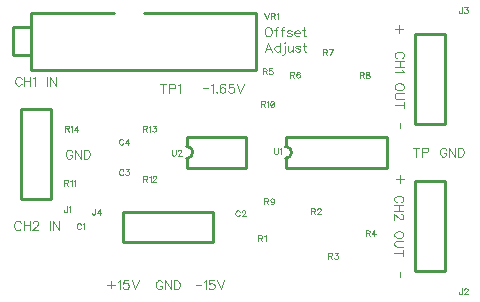
<source format=gbr>
G04 DipTrace Beta 2.3.5.2*
%INTopSilk.gbr*%
%MOIN*%
%ADD10C,0.0098*%
%ADD12C,0.003*%
%ADD43C,0.0046*%
%FSLAX44Y44*%
G04*
G70*
G90*
G75*
G01*
%LNTopSilk*%
%LPD*%
X4815Y7190D2*
D10*
X5815D1*
Y10190D1*
X4815D1*
Y7190D1*
X18940Y7815D2*
X17940D1*
Y4815D1*
X18940D1*
Y7815D1*
Y12690D2*
X17940D1*
Y9690D1*
X18940D1*
Y12690D1*
X11190Y5753D2*
X8190D1*
Y6753D1*
X11190D1*
Y5753D1*
X13622Y8241D2*
X17008D1*
X13622Y9265D2*
X17008D1*
Y8241D2*
Y9265D1*
X13622Y8241D2*
Y8556D1*
Y8950D2*
Y9265D1*
Y8556D2*
G03X13622Y8950I0J197D01*
G01*
X10331Y8241D2*
X12299D1*
X10331Y9265D2*
X12299D1*
Y8241D2*
Y9265D1*
X10331Y8556D2*
Y8241D1*
Y8950D2*
Y9265D1*
Y8556D2*
G03X10331Y8950I0J197D01*
G01*
X12637Y11514D2*
X5141D1*
X12637Y13411D2*
X8889D1*
X12637D2*
Y11514D1*
X5141Y13411D2*
Y11514D1*
X5133Y11998D2*
X4534D1*
Y12927D1*
X5133D1*
Y11998D1*
X7904Y13411D2*
X5141D1*
X6805Y6342D2*
D12*
X6796Y6361D1*
X6777Y6380D1*
X6758Y6390D1*
X6719D1*
X6700Y6380D1*
X6681Y6361D1*
X6671Y6342D1*
X6662Y6313D1*
Y6265D1*
X6671Y6237D1*
X6681Y6218D1*
X6700Y6199D1*
X6719Y6189D1*
X6758D1*
X6777Y6199D1*
X6796Y6218D1*
X6805Y6237D1*
X6867Y6351D2*
X6886Y6361D1*
X6915Y6390D1*
Y6189D1*
X12096Y6777D2*
X12087Y6796D1*
X12068Y6815D1*
X12049Y6825D1*
X12010D1*
X11991Y6815D1*
X11972Y6796D1*
X11963Y6777D1*
X11953Y6748D1*
Y6700D1*
X11963Y6672D1*
X11972Y6653D1*
X11991Y6634D1*
X12010Y6624D1*
X12049D1*
X12068Y6634D1*
X12087Y6653D1*
X12096Y6672D1*
X12168Y6777D2*
Y6786D1*
X12177Y6806D1*
X12187Y6815D1*
X12206Y6825D1*
X12244D1*
X12263Y6815D1*
X12273Y6806D1*
X12283Y6786D1*
Y6767D1*
X12273Y6748D1*
X12254Y6720D1*
X12158Y6624D1*
X12292D1*
X8217Y8146D2*
X8207Y8165D1*
X8188Y8184D1*
X8169Y8193D1*
X8131D1*
X8111Y8184D1*
X8092Y8165D1*
X8083Y8146D1*
X8073Y8117D1*
Y8069D1*
X8083Y8040D1*
X8092Y8021D1*
X8111Y8002D1*
X8131Y7992D1*
X8169D1*
X8188Y8002D1*
X8207Y8021D1*
X8217Y8040D1*
X8298Y8193D2*
X8403D1*
X8345Y8117D1*
X8374D1*
X8393Y8107D1*
X8403Y8098D1*
X8412Y8069D1*
Y8050D1*
X8403Y8021D1*
X8384Y8002D1*
X8355Y7992D1*
X8326D1*
X8298Y8002D1*
X8288Y8012D1*
X8278Y8031D1*
X8212Y9164D2*
X8202Y9183D1*
X8183Y9202D1*
X8164Y9212D1*
X8126D1*
X8107Y9202D1*
X8088Y9183D1*
X8078Y9164D1*
X8068Y9135D1*
Y9087D1*
X8078Y9059D1*
X8088Y9040D1*
X8107Y9021D1*
X8126Y9011D1*
X8164D1*
X8183Y9021D1*
X8202Y9040D1*
X8212Y9059D1*
X8369Y9011D2*
Y9212D1*
X8274Y9078D1*
X8417D1*
X6335Y6956D2*
Y6803D1*
X6326Y6774D1*
X6316Y6764D1*
X6297Y6755D1*
X6278D1*
X6259Y6764D1*
X6249Y6774D1*
X6239Y6803D1*
Y6822D1*
X6397Y6917D2*
X6416Y6927D1*
X6445Y6955D1*
Y6755D1*
X19505Y4223D2*
Y4070D1*
X19496Y4041D1*
X19486Y4032D1*
X19467Y4022D1*
X19448D1*
X19429Y4032D1*
X19419Y4041D1*
X19410Y4070D1*
Y4089D1*
X19577Y4175D2*
Y4184D1*
X19586Y4204D1*
X19596Y4213D1*
X19615Y4223D1*
X19653D1*
X19672Y4213D1*
X19682Y4204D1*
X19692Y4184D1*
Y4165D1*
X19682Y4146D1*
X19663Y4118D1*
X19567Y4022D1*
X19701D1*
X19505Y13598D2*
Y13445D1*
X19496Y13416D1*
X19486Y13407D1*
X19467Y13397D1*
X19448D1*
X19429Y13407D1*
X19419Y13416D1*
X19410Y13445D1*
Y13464D1*
X19586Y13598D2*
X19691D1*
X19634Y13521D1*
X19663D1*
X19682Y13512D1*
X19691Y13502D1*
X19701Y13473D1*
Y13454D1*
X19691Y13426D1*
X19672Y13406D1*
X19644Y13397D1*
X19615D1*
X19586Y13406D1*
X19577Y13416D1*
X19567Y13435D1*
X7268Y6876D2*
Y6723D1*
X7258Y6694D1*
X7249Y6685D1*
X7230Y6675D1*
X7210D1*
X7191Y6685D1*
X7182Y6694D1*
X7172Y6723D1*
Y6742D1*
X7425Y6675D2*
Y6876D1*
X7330Y6742D1*
X7473D1*
X12715Y5897D2*
X12801D1*
X12830Y5906D1*
X12840Y5916D1*
X12849Y5935D1*
Y5954D1*
X12840Y5973D1*
X12830Y5983D1*
X12801Y5992D1*
X12715D1*
Y5791D1*
X12782Y5897D2*
X12849Y5791D1*
X12911Y5954D2*
X12930Y5964D1*
X12959Y5992D1*
Y5791D1*
X14472Y6795D2*
X14558D1*
X14587Y6805D1*
X14596Y6814D1*
X14606Y6833D1*
Y6853D1*
X14596Y6872D1*
X14587Y6881D1*
X14558Y6891D1*
X14472D1*
Y6690D1*
X14539Y6795D2*
X14606Y6690D1*
X14677Y6843D2*
Y6852D1*
X14687Y6872D1*
X14696Y6881D1*
X14716Y6891D1*
X14754D1*
X14773Y6881D1*
X14782Y6872D1*
X14792Y6852D1*
Y6833D1*
X14782Y6814D1*
X14763Y6786D1*
X14668Y6690D1*
X14802D1*
X15039Y5311D2*
X15125D1*
X15154Y5321D1*
X15164Y5330D1*
X15173Y5349D1*
Y5368D1*
X15164Y5387D1*
X15154Y5397D1*
X15125Y5407D1*
X15039D1*
Y5206D1*
X15106Y5311D2*
X15173Y5206D1*
X15254Y5406D2*
X15359D1*
X15302Y5330D1*
X15331D1*
X15350Y5320D1*
X15359Y5311D1*
X15369Y5282D1*
Y5263D1*
X15359Y5234D1*
X15340Y5215D1*
X15311Y5206D1*
X15283D1*
X15254Y5215D1*
X15245Y5225D1*
X15235Y5244D1*
X16295Y6061D2*
X16381D1*
X16410Y6071D1*
X16419Y6080D1*
X16429Y6099D1*
Y6118D1*
X16419Y6137D1*
X16410Y6147D1*
X16381Y6157D1*
X16295D1*
Y5956D1*
X16362Y6061D2*
X16429Y5956D1*
X16586D2*
Y6156D1*
X16491Y6023D1*
X16634D1*
X12860Y11459D2*
X12946D1*
X12975Y11469D1*
X12984Y11478D1*
X12994Y11497D1*
Y11516D1*
X12984Y11536D1*
X12975Y11545D1*
X12946Y11555D1*
X12860D1*
Y11354D1*
X12927Y11459D2*
X12994Y11354D1*
X13170Y11555D2*
X13075D1*
X13065Y11469D1*
X13075Y11478D1*
X13103Y11488D1*
X13132D1*
X13161Y11478D1*
X13180Y11459D1*
X13189Y11430D1*
Y11411D1*
X13180Y11383D1*
X13161Y11363D1*
X13132Y11354D1*
X13103D1*
X13075Y11363D1*
X13065Y11373D1*
X13056Y11392D1*
X13784Y11349D2*
X13870D1*
X13899Y11359D1*
X13909Y11369D1*
X13918Y11388D1*
Y11407D1*
X13909Y11426D1*
X13899Y11436D1*
X13870Y11445D1*
X13784D1*
Y11244D1*
X13851Y11349D2*
X13918Y11244D1*
X14095Y11416D2*
X14085Y11435D1*
X14056Y11445D1*
X14037D1*
X14009Y11435D1*
X13989Y11407D1*
X13980Y11359D1*
Y11311D1*
X13989Y11273D1*
X14009Y11254D1*
X14037Y11244D1*
X14047D1*
X14075Y11254D1*
X14095Y11273D1*
X14104Y11302D1*
Y11311D1*
X14095Y11340D1*
X14075Y11359D1*
X14047Y11368D1*
X14037D1*
X14009Y11359D1*
X13989Y11340D1*
X13980Y11311D1*
X14869Y12093D2*
X14955D1*
X14984Y12103D1*
X14994Y12113D1*
X15003Y12132D1*
Y12151D1*
X14994Y12170D1*
X14984Y12180D1*
X14955Y12189D1*
X14869D1*
Y11988D1*
X14936Y12093D2*
X15003Y11988D1*
X15103D2*
X15199Y12189D1*
X15065D1*
X16094Y11334D2*
X16180D1*
X16209Y11344D1*
X16218Y11353D1*
X16228Y11372D1*
Y11391D1*
X16218Y11411D1*
X16209Y11420D1*
X16180Y11430D1*
X16094D1*
Y11229D1*
X16161Y11334D2*
X16228Y11229D1*
X16337Y11430D2*
X16309Y11420D1*
X16299Y11401D1*
Y11382D1*
X16309Y11363D1*
X16328Y11353D1*
X16366Y11344D1*
X16395Y11334D1*
X16414Y11315D1*
X16423Y11296D1*
Y11267D1*
X16414Y11248D1*
X16404Y11238D1*
X16376Y11229D1*
X16337D1*
X16309Y11238D1*
X16299Y11248D1*
X16290Y11267D1*
Y11296D1*
X16299Y11315D1*
X16318Y11334D1*
X16347Y11344D1*
X16385Y11353D1*
X16404Y11363D1*
X16414Y11382D1*
Y11401D1*
X16404Y11420D1*
X16376Y11430D1*
X16337D1*
X12919Y7123D2*
X13005D1*
X13034Y7132D1*
X13044Y7142D1*
X13053Y7161D1*
Y7180D1*
X13044Y7199D1*
X13034Y7209D1*
X13005Y7218D1*
X12919D1*
Y7018D1*
X12986Y7123D2*
X13053Y7018D1*
X13239Y7152D2*
X13230Y7123D1*
X13211Y7104D1*
X13182Y7094D1*
X13172D1*
X13144Y7104D1*
X13125Y7123D1*
X13115Y7152D1*
Y7161D1*
X13125Y7190D1*
X13144Y7209D1*
X13172Y7218D1*
X13182D1*
X13211Y7209D1*
X13230Y7190D1*
X13239Y7152D1*
Y7104D1*
X13230Y7056D1*
X13211Y7027D1*
X13182Y7018D1*
X13163D1*
X13134Y7027D1*
X13125Y7046D1*
X12807Y10379D2*
X12893D1*
X12921Y10389D1*
X12931Y10398D1*
X12941Y10417D1*
Y10437D1*
X12931Y10456D1*
X12921Y10465D1*
X12893Y10475D1*
X12807D1*
Y10274D1*
X12874Y10379D2*
X12941Y10274D1*
X13002Y10436D2*
X13022Y10446D1*
X13050Y10475D1*
Y10274D1*
X13170Y10475D2*
X13141Y10465D1*
X13122Y10436D1*
X13112Y10389D1*
Y10360D1*
X13122Y10312D1*
X13141Y10283D1*
X13170Y10274D1*
X13189D1*
X13217Y10283D1*
X13236Y10312D1*
X13246Y10360D1*
Y10389D1*
X13236Y10436D1*
X13217Y10465D1*
X13189Y10475D1*
X13170D1*
X13236Y10436D2*
X13122Y10312D1*
X6253Y7741D2*
X6339D1*
X6368Y7751D1*
X6378Y7760D1*
X6387Y7779D1*
Y7798D1*
X6378Y7817D1*
X6368Y7827D1*
X6339Y7837D1*
X6253D1*
Y7636D1*
X6320Y7741D2*
X6387Y7636D1*
X6449Y7798D2*
X6468Y7808D1*
X6497Y7836D1*
Y7636D1*
X6559Y7798D2*
X6578Y7808D1*
X6607Y7836D1*
Y7636D1*
X8880Y7868D2*
X8966D1*
X8994Y7878D1*
X9004Y7888D1*
X9014Y7907D1*
Y7926D1*
X9004Y7945D1*
X8994Y7955D1*
X8966Y7964D1*
X8880D1*
Y7763D1*
X8947Y7868D2*
X9014Y7763D1*
X9075Y7926D2*
X9095Y7935D1*
X9123Y7964D1*
Y7763D1*
X9195Y7916D2*
Y7926D1*
X9204Y7945D1*
X9214Y7954D1*
X9233Y7964D1*
X9271D1*
X9290Y7954D1*
X9300Y7945D1*
X9310Y7926D1*
Y7907D1*
X9300Y7887D1*
X9281Y7859D1*
X9185Y7763D1*
X9319D1*
X8871Y9548D2*
X8957D1*
X8986Y9558D1*
X8996Y9567D1*
X9005Y9586D1*
Y9606D1*
X8996Y9625D1*
X8986Y9634D1*
X8957Y9644D1*
X8871D1*
Y9443D1*
X8938Y9548D2*
X9005Y9443D1*
X9067Y9605D2*
X9086Y9615D1*
X9115Y9644D1*
Y9443D1*
X9196Y9644D2*
X9301D1*
X9244Y9567D1*
X9273D1*
X9292Y9558D1*
X9301Y9548D1*
X9311Y9519D1*
Y9500D1*
X9301Y9472D1*
X9282Y9452D1*
X9253Y9443D1*
X9225D1*
X9196Y9452D1*
X9187Y9462D1*
X9177Y9481D1*
X6268Y9554D2*
X6354D1*
X6383Y9563D1*
X6393Y9573D1*
X6402Y9592D1*
Y9611D1*
X6393Y9630D1*
X6383Y9640D1*
X6354Y9649D1*
X6268D1*
Y9448D1*
X6335Y9554D2*
X6402Y9448D1*
X6464Y9611D2*
X6483Y9621D1*
X6512Y9649D1*
Y9448D1*
X6669D2*
Y9649D1*
X6574Y9515D1*
X6717D1*
X13230Y8901D2*
Y8757D1*
X13240Y8729D1*
X13259Y8710D1*
X13288Y8700D1*
X13307D1*
X13336Y8710D1*
X13355Y8729D1*
X13364Y8757D1*
Y8901D1*
X13426Y8863D2*
X13445Y8872D1*
X13474Y8901D1*
Y8700D1*
X9826Y8849D2*
Y8706D1*
X9835Y8677D1*
X9855Y8658D1*
X9883Y8648D1*
X9902D1*
X9931Y8658D1*
X9950Y8677D1*
X9960Y8706D1*
Y8849D1*
X10031Y8801D2*
Y8811D1*
X10041Y8830D1*
X10050Y8839D1*
X10070Y8849D1*
X10108D1*
X10127Y8839D1*
X10136Y8830D1*
X10146Y8811D1*
Y8792D1*
X10136Y8772D1*
X10117Y8744D1*
X10022Y8648D1*
X10156D1*
X12912Y13397D2*
X12989Y13196D1*
X13065Y13397D1*
X13127Y13301D2*
X13213D1*
X13241Y13311D1*
X13251Y13321D1*
X13261Y13340D1*
Y13359D1*
X13251Y13378D1*
X13241Y13388D1*
X13213Y13397D1*
X13127D1*
Y13196D1*
X13194Y13301D2*
X13261Y13196D1*
X13322Y13359D2*
X13342Y13368D1*
X13370Y13397D1*
Y13196D1*
X13015Y12930D2*
D43*
X12986Y12916D1*
X12958Y12887D1*
X12943Y12858D1*
X12929Y12815D1*
Y12743D1*
X12943Y12700D1*
X12958Y12672D1*
X12986Y12643D1*
X13015Y12628D1*
X13072D1*
X13101Y12643D1*
X13130Y12672D1*
X13144Y12700D1*
X13158Y12743D1*
Y12815D1*
X13144Y12858D1*
X13130Y12887D1*
X13101Y12916D1*
X13072Y12930D1*
X13015D1*
X13366D2*
X13337D1*
X13308Y12916D1*
X13294Y12873D1*
Y12628D1*
X13251Y12829D2*
X13351D1*
X13573Y12930D2*
X13545D1*
X13516Y12916D1*
X13501Y12873D1*
Y12628D1*
X13458Y12829D2*
X13559D1*
X13824Y12786D2*
X13809Y12815D1*
X13766Y12829D1*
X13723D1*
X13680Y12815D1*
X13666Y12786D1*
X13680Y12758D1*
X13709Y12743D1*
X13780Y12729D1*
X13809Y12715D1*
X13824Y12686D1*
Y12672D1*
X13809Y12643D1*
X13766Y12628D1*
X13723D1*
X13680Y12643D1*
X13666Y12672D1*
X13916Y12743D2*
X14088D1*
Y12772D1*
X14074Y12801D1*
X14060Y12815D1*
X14031Y12829D1*
X13988D1*
X13959Y12815D1*
X13930Y12786D1*
X13916Y12743D1*
Y12715D1*
X13930Y12672D1*
X13959Y12643D1*
X13988Y12628D1*
X14031D1*
X14060Y12643D1*
X14088Y12672D1*
X14224Y12930D2*
Y12686D1*
X14238Y12643D1*
X14267Y12628D1*
X14296D1*
X14181Y12829D2*
X14281D1*
X9513Y4419D2*
X9499Y4448D1*
X9470Y4477D1*
X9441Y4491D1*
X9384D1*
X9355Y4477D1*
X9327Y4448D1*
X9312Y4419D1*
X9298Y4376D1*
Y4304D1*
X9312Y4261D1*
X9327Y4233D1*
X9355Y4204D1*
X9384Y4189D1*
X9441D1*
X9470Y4204D1*
X9499Y4233D1*
X9513Y4261D1*
Y4304D1*
X9441D1*
X9807Y4491D2*
Y4189D1*
X9606Y4491D1*
Y4189D1*
X9899Y4491D2*
Y4189D1*
X10000D1*
X10043Y4204D1*
X10072Y4233D1*
X10086Y4261D1*
X10100Y4304D1*
Y4376D1*
X10086Y4419D1*
X10072Y4448D1*
X10043Y4477D1*
X10000Y4491D1*
X9899D1*
X6507Y8775D2*
X6493Y8804D1*
X6464Y8832D1*
X6436Y8847D1*
X6378D1*
X6349Y8832D1*
X6321Y8804D1*
X6306Y8775D1*
X6292Y8732D1*
Y8660D1*
X6306Y8617D1*
X6321Y8588D1*
X6349Y8560D1*
X6378Y8545D1*
X6436D1*
X6464Y8560D1*
X6493Y8588D1*
X6507Y8617D1*
Y8660D1*
X6436D1*
X6801Y8847D2*
Y8545D1*
X6600Y8847D1*
Y8545D1*
X6893Y8847D2*
Y8545D1*
X6994D1*
X7037Y8560D1*
X7066Y8588D1*
X7080Y8617D1*
X7094Y8660D1*
Y8732D1*
X7080Y8775D1*
X7066Y8804D1*
X7037Y8832D1*
X6994Y8847D1*
X6893D1*
X17481Y7097D2*
X17509Y7111D1*
X17538Y7140D1*
X17552Y7168D1*
Y7226D1*
X17538Y7255D1*
X17509Y7283D1*
X17481Y7298D1*
X17438Y7312D1*
X17366D1*
X17323Y7298D1*
X17294Y7283D1*
X17265Y7255D1*
X17251Y7226D1*
Y7168D1*
X17265Y7140D1*
X17294Y7111D1*
X17323Y7097D1*
X17552Y7004D2*
X17251D1*
X17552Y6803D2*
X17251D1*
X17409Y7004D2*
Y6803D1*
X17480Y6696D2*
X17495D1*
X17523Y6682D1*
X17538Y6668D1*
X17552Y6639D1*
Y6581D1*
X17538Y6553D1*
X17523Y6539D1*
X17495Y6524D1*
X17466D1*
X17437Y6539D1*
X17394Y6567D1*
X17251Y6711D1*
Y6510D1*
X17552Y6039D2*
X17538Y6068D1*
X17509Y6097D1*
X17481Y6111D1*
X17438Y6125D1*
X17366D1*
X17323Y6111D1*
X17294Y6097D1*
X17265Y6068D1*
X17251Y6039D1*
Y5982D1*
X17265Y5953D1*
X17294Y5924D1*
X17323Y5910D1*
X17366Y5896D1*
X17438D1*
X17481Y5910D1*
X17509Y5924D1*
X17538Y5953D1*
X17552Y5982D1*
Y6039D1*
Y5803D2*
X17337D1*
X17294Y5789D1*
X17265Y5760D1*
X17251Y5717D1*
Y5689D1*
X17265Y5645D1*
X17294Y5617D1*
X17337Y5602D1*
X17552D1*
Y5409D2*
X17251D1*
X17552Y5510D2*
Y5309D1*
X17495Y11897D2*
X17523Y11911D1*
X17552Y11940D1*
X17567Y11969D1*
Y12026D1*
X17552Y12055D1*
X17523Y12083D1*
X17495Y12098D1*
X17452Y12112D1*
X17380D1*
X17337Y12098D1*
X17308Y12083D1*
X17280Y12055D1*
X17265Y12026D1*
Y11969D1*
X17280Y11940D1*
X17308Y11911D1*
X17337Y11897D1*
X17567Y11804D2*
X17265D1*
X17567Y11603D2*
X17265D1*
X17423Y11804D2*
Y11603D1*
X17509Y11511D2*
X17523Y11482D1*
X17566Y11439D1*
X17265D1*
X17567Y10968D2*
X17552Y10997D1*
X17523Y11026D1*
X17495Y11040D1*
X17452Y11055D1*
X17380D1*
X17337Y11040D1*
X17308Y11026D1*
X17280Y10997D1*
X17265Y10968D1*
Y10911D1*
X17280Y10882D1*
X17308Y10854D1*
X17337Y10839D1*
X17380Y10825D1*
X17452D1*
X17495Y10839D1*
X17523Y10854D1*
X17552Y10882D1*
X17567Y10911D1*
Y10968D1*
Y10732D2*
X17351D1*
X17308Y10718D1*
X17280Y10689D1*
X17265Y10646D1*
Y10618D1*
X17280Y10575D1*
X17308Y10546D1*
X17351Y10531D1*
X17567D1*
Y10338D2*
X17265D1*
X17567Y10439D2*
Y10238D1*
X17308Y7874D2*
X17567D1*
X17438Y7745D2*
Y8004D1*
Y4591D2*
Y4757D1*
X17439Y9565D2*
Y9731D1*
X17287Y12859D2*
X17546D1*
X17417Y12730D2*
Y12988D1*
X4825Y11203D2*
X4811Y11232D1*
X4782Y11261D1*
X4753Y11275D1*
X4696D1*
X4667Y11261D1*
X4639Y11232D1*
X4624Y11203D1*
X4610Y11160D1*
Y11088D1*
X4624Y11045D1*
X4639Y11017D1*
X4667Y10988D1*
X4696Y10974D1*
X4753D1*
X4782Y10988D1*
X4811Y11017D1*
X4825Y11045D1*
X4918Y11275D2*
Y10974D1*
X5119Y11275D2*
Y10974D1*
X4918Y11131D2*
X5119D1*
X5211Y11217D2*
X5240Y11232D1*
X5283Y11275D1*
Y10974D1*
X5667Y11275D2*
Y10974D1*
X5961Y11275D2*
Y10974D1*
X5760Y11275D1*
Y10974D1*
X10635Y4342D2*
X10801D1*
X10893Y4435D2*
X10922Y4450D1*
X10965Y4493D1*
Y4192D1*
X11230Y4493D2*
X11087D1*
X11072Y4364D1*
X11087Y4378D1*
X11130Y4393D1*
X11173D1*
X11216Y4378D1*
X11245Y4350D1*
X11259Y4306D1*
Y4278D1*
X11245Y4235D1*
X11216Y4206D1*
X11173Y4192D1*
X11130D1*
X11087Y4206D1*
X11072Y4221D1*
X11058Y4249D1*
X11351Y4493D2*
X11466Y4192D1*
X11581Y4493D1*
X7813Y4477D2*
Y4219D1*
X7684Y4348D2*
X7943D1*
X8035Y4441D2*
X8064Y4456D1*
X8107Y4499D1*
Y4197D1*
X8372Y4499D2*
X8229D1*
X8214Y4370D1*
X8229Y4384D1*
X8272Y4398D1*
X8315D1*
X8358Y4384D1*
X8386Y4355D1*
X8401Y4312D1*
Y4284D1*
X8386Y4241D1*
X8358Y4212D1*
X8315Y4197D1*
X8272D1*
X8229Y4212D1*
X8214Y4226D1*
X8200Y4255D1*
X8493Y4499D2*
X8608Y4197D1*
X8723Y4499D1*
X13160Y12112D2*
X13045Y12414D1*
X12930Y12112D1*
X12973Y12213D2*
X13116D1*
X13424Y12414D2*
Y12112D1*
Y12270D2*
X13396Y12299D1*
X13367Y12313D1*
X13324D1*
X13295Y12299D1*
X13266Y12270D1*
X13252Y12227D1*
Y12198D1*
X13266Y12155D1*
X13295Y12127D1*
X13324Y12112D1*
X13367D1*
X13396Y12127D1*
X13424Y12155D1*
X13574Y12414D2*
X13589Y12400D1*
X13603Y12414D1*
X13589Y12428D1*
X13574Y12414D1*
X13589Y12314D2*
Y12069D1*
X13574Y12026D1*
X13546Y12012D1*
X13517D1*
X13696Y12313D2*
Y12170D1*
X13710Y12127D1*
X13739Y12112D1*
X13782D1*
X13811Y12127D1*
X13854Y12170D1*
Y12313D2*
Y12112D1*
X14104Y12270D2*
X14090Y12299D1*
X14047Y12313D1*
X14004D1*
X13961Y12299D1*
X13946Y12270D1*
X13961Y12242D1*
X13989Y12227D1*
X14061Y12213D1*
X14090Y12198D1*
X14104Y12170D1*
Y12155D1*
X14090Y12127D1*
X14047Y12112D1*
X14004D1*
X13961Y12127D1*
X13946Y12155D1*
X14240Y12414D2*
Y12170D1*
X14254Y12127D1*
X14283Y12112D1*
X14312D1*
X14197Y12313D2*
X14297D1*
X4800Y6393D2*
X4786Y6422D1*
X4757Y6451D1*
X4728Y6465D1*
X4671D1*
X4642Y6451D1*
X4613Y6422D1*
X4599Y6393D1*
X4585Y6350D1*
Y6278D1*
X4599Y6235D1*
X4613Y6207D1*
X4642Y6178D1*
X4671Y6163D1*
X4728D1*
X4757Y6178D1*
X4786Y6207D1*
X4800Y6235D1*
X4892Y6465D2*
Y6163D1*
X5093Y6465D2*
Y6163D1*
X4892Y6321D2*
X5093D1*
X5201Y6393D2*
Y6407D1*
X5215Y6436D1*
X5229Y6450D1*
X5258Y6465D1*
X5315D1*
X5344Y6450D1*
X5358Y6436D1*
X5373Y6407D1*
Y6379D1*
X5358Y6350D1*
X5330Y6307D1*
X5186Y6163D1*
X5387D1*
X5771Y6465D2*
Y6163D1*
X6065Y6465D2*
Y6163D1*
X5864Y6465D1*
Y6163D1*
X9549Y11042D2*
Y10740D1*
X9448Y11042D2*
X9649D1*
X9742Y10884D2*
X9871D1*
X9914Y10898D1*
X9928Y10913D1*
X9943Y10941D1*
Y10984D1*
X9928Y11013D1*
X9914Y11027D1*
X9871Y11042D1*
X9742D1*
Y10740D1*
X10035Y10984D2*
X10064Y10999D1*
X10107Y11041D1*
Y10740D1*
X17987Y8916D2*
Y8615D1*
X17887Y8916D2*
X18087D1*
X18180Y8759D2*
X18309D1*
X18352Y8773D1*
X18367Y8787D1*
X18381Y8816D1*
Y8859D1*
X18367Y8888D1*
X18352Y8902D1*
X18309Y8916D1*
X18180D1*
Y8615D1*
X18981Y8845D2*
X18966Y8873D1*
X18937Y8902D1*
X18909Y8916D1*
X18852D1*
X18823Y8902D1*
X18794Y8873D1*
X18780Y8845D1*
X18765Y8802D1*
Y8730D1*
X18780Y8687D1*
X18794Y8658D1*
X18823Y8630D1*
X18852Y8615D1*
X18909D1*
X18937Y8630D1*
X18966Y8658D1*
X18981Y8687D1*
Y8730D1*
X18909D1*
X19274Y8916D2*
Y8615D1*
X19073Y8916D1*
Y8615D1*
X19367Y8916D2*
Y8615D1*
X19467D1*
X19510Y8630D1*
X19539Y8658D1*
X19553Y8687D1*
X19568Y8730D1*
Y8802D1*
X19553Y8845D1*
X19539Y8873D1*
X19510Y8902D1*
X19467Y8916D1*
X19367D1*
X10886Y10891D2*
X11052D1*
X11144Y10984D2*
X11173Y10999D1*
X11216Y11041D1*
Y10740D1*
X11323Y10769D2*
X11309Y10755D1*
X11323Y10740D1*
X11338Y10755D1*
X11323Y10769D1*
X11602Y10999D2*
X11588Y11027D1*
X11545Y11041D1*
X11517D1*
X11473Y11027D1*
X11445Y10984D1*
X11430Y10912D1*
Y10841D1*
X11445Y10783D1*
X11473Y10755D1*
X11517Y10740D1*
X11531D1*
X11574Y10755D1*
X11602Y10783D1*
X11617Y10826D1*
Y10841D1*
X11602Y10884D1*
X11574Y10912D1*
X11531Y10927D1*
X11517D1*
X11473Y10912D1*
X11445Y10884D1*
X11430Y10841D1*
X11881Y11041D2*
X11738D1*
X11724Y10912D1*
X11738Y10927D1*
X11781Y10941D1*
X11824D1*
X11867Y10927D1*
X11896Y10898D1*
X11910Y10855D1*
Y10826D1*
X11896Y10783D1*
X11867Y10755D1*
X11824Y10740D1*
X11781D1*
X11738Y10755D1*
X11724Y10769D1*
X11709Y10798D1*
X12003Y11042D2*
X12118Y10740D1*
X12232Y11042D1*
M02*

</source>
